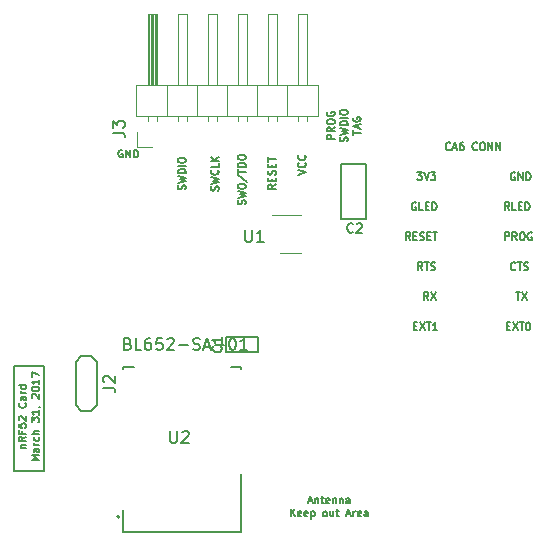
<source format=gbr>
G04 #@! TF.FileFunction,Legend,Top*
%FSLAX46Y46*%
G04 Gerber Fmt 4.6, Leading zero omitted, Abs format (unit mm)*
G04 Created by KiCad (PCBNEW 4.0.5) date 04/03/17 14:37:35*
%MOMM*%
%LPD*%
G01*
G04 APERTURE LIST*
%ADD10C,0.100000*%
%ADD11C,0.152400*%
%ADD12C,0.200000*%
%ADD13C,0.127000*%
%ADD14C,0.149860*%
%ADD15C,0.120000*%
%ADD16C,0.150000*%
G04 APERTURE END LIST*
D10*
D11*
X191104762Y-103096786D02*
X191074524Y-103127024D01*
X190983809Y-103157262D01*
X190923333Y-103157262D01*
X190832619Y-103127024D01*
X190772143Y-103066548D01*
X190741904Y-103006071D01*
X190711666Y-102885119D01*
X190711666Y-102794405D01*
X190741904Y-102673452D01*
X190772143Y-102612976D01*
X190832619Y-102552500D01*
X190923333Y-102522262D01*
X190983809Y-102522262D01*
X191074524Y-102552500D01*
X191104762Y-102582738D01*
X191346666Y-102975833D02*
X191649047Y-102975833D01*
X191286190Y-103157262D02*
X191497857Y-102522262D01*
X191709524Y-103157262D01*
X192193333Y-102522262D02*
X192072381Y-102522262D01*
X192011905Y-102552500D01*
X191981667Y-102582738D01*
X191921190Y-102673452D01*
X191890952Y-102794405D01*
X191890952Y-103036310D01*
X191921190Y-103096786D01*
X191951429Y-103127024D01*
X192011905Y-103157262D01*
X192132857Y-103157262D01*
X192193333Y-103127024D01*
X192223571Y-103096786D01*
X192253810Y-103036310D01*
X192253810Y-102885119D01*
X192223571Y-102824643D01*
X192193333Y-102794405D01*
X192132857Y-102764167D01*
X192011905Y-102764167D01*
X191951429Y-102794405D01*
X191921190Y-102824643D01*
X191890952Y-102885119D01*
X193372620Y-103096786D02*
X193342382Y-103127024D01*
X193251667Y-103157262D01*
X193191191Y-103157262D01*
X193100477Y-103127024D01*
X193040001Y-103066548D01*
X193009762Y-103006071D01*
X192979524Y-102885119D01*
X192979524Y-102794405D01*
X193009762Y-102673452D01*
X193040001Y-102612976D01*
X193100477Y-102552500D01*
X193191191Y-102522262D01*
X193251667Y-102522262D01*
X193342382Y-102552500D01*
X193372620Y-102582738D01*
X193765715Y-102522262D02*
X193886667Y-102522262D01*
X193947143Y-102552500D01*
X194007620Y-102612976D01*
X194037858Y-102733929D01*
X194037858Y-102945595D01*
X194007620Y-103066548D01*
X193947143Y-103127024D01*
X193886667Y-103157262D01*
X193765715Y-103157262D01*
X193705239Y-103127024D01*
X193644762Y-103066548D01*
X193614524Y-102945595D01*
X193614524Y-102733929D01*
X193644762Y-102612976D01*
X193705239Y-102552500D01*
X193765715Y-102522262D01*
X194310000Y-103157262D02*
X194310000Y-102522262D01*
X194672858Y-103157262D01*
X194672858Y-102522262D01*
X194975238Y-103157262D02*
X194975238Y-102522262D01*
X195338096Y-103157262D01*
X195338096Y-102522262D01*
X181300362Y-102225929D02*
X180665362Y-102225929D01*
X180665362Y-101984024D01*
X180695600Y-101923548D01*
X180725838Y-101893309D01*
X180786314Y-101863071D01*
X180877029Y-101863071D01*
X180937505Y-101893309D01*
X180967743Y-101923548D01*
X180997981Y-101984024D01*
X180997981Y-102225929D01*
X181300362Y-101228071D02*
X180997981Y-101439738D01*
X181300362Y-101590929D02*
X180665362Y-101590929D01*
X180665362Y-101349024D01*
X180695600Y-101288548D01*
X180725838Y-101258309D01*
X180786314Y-101228071D01*
X180877029Y-101228071D01*
X180937505Y-101258309D01*
X180967743Y-101288548D01*
X180997981Y-101349024D01*
X180997981Y-101590929D01*
X180665362Y-100834976D02*
X180665362Y-100714024D01*
X180695600Y-100653548D01*
X180756076Y-100593071D01*
X180877029Y-100562833D01*
X181088695Y-100562833D01*
X181209648Y-100593071D01*
X181270124Y-100653548D01*
X181300362Y-100714024D01*
X181300362Y-100834976D01*
X181270124Y-100895452D01*
X181209648Y-100955929D01*
X181088695Y-100986167D01*
X180877029Y-100986167D01*
X180756076Y-100955929D01*
X180695600Y-100895452D01*
X180665362Y-100834976D01*
X180695600Y-99958071D02*
X180665362Y-100018548D01*
X180665362Y-100109262D01*
X180695600Y-100199976D01*
X180756076Y-100260452D01*
X180816552Y-100290691D01*
X180937505Y-100320929D01*
X181028219Y-100320929D01*
X181149171Y-100290691D01*
X181209648Y-100260452D01*
X181270124Y-100199976D01*
X181300362Y-100109262D01*
X181300362Y-100048786D01*
X181270124Y-99958071D01*
X181239886Y-99927833D01*
X181028219Y-99927833D01*
X181028219Y-100048786D01*
X182375024Y-102437595D02*
X182405262Y-102346880D01*
X182405262Y-102195690D01*
X182375024Y-102135214D01*
X182344786Y-102104976D01*
X182284310Y-102074737D01*
X182223833Y-102074737D01*
X182163357Y-102104976D01*
X182133119Y-102135214D01*
X182102881Y-102195690D01*
X182072643Y-102316642D01*
X182042405Y-102377118D01*
X182012167Y-102407357D01*
X181951690Y-102437595D01*
X181891214Y-102437595D01*
X181830738Y-102407357D01*
X181800500Y-102377118D01*
X181770262Y-102316642D01*
X181770262Y-102165452D01*
X181800500Y-102074737D01*
X181770262Y-101863071D02*
X182405262Y-101711880D01*
X181951690Y-101590928D01*
X182405262Y-101469975D01*
X181770262Y-101318785D01*
X182405262Y-101076881D02*
X181770262Y-101076881D01*
X181770262Y-100925690D01*
X181800500Y-100834976D01*
X181860976Y-100774500D01*
X181921452Y-100744261D01*
X182042405Y-100714023D01*
X182133119Y-100714023D01*
X182254071Y-100744261D01*
X182314548Y-100774500D01*
X182375024Y-100834976D01*
X182405262Y-100925690D01*
X182405262Y-101076881D01*
X182405262Y-100441881D02*
X181770262Y-100441881D01*
X181770262Y-100018547D02*
X181770262Y-99897595D01*
X181800500Y-99837119D01*
X181860976Y-99776642D01*
X181981929Y-99746404D01*
X182193595Y-99746404D01*
X182314548Y-99776642D01*
X182375024Y-99837119D01*
X182405262Y-99897595D01*
X182405262Y-100018547D01*
X182375024Y-100079023D01*
X182314548Y-100139500D01*
X182193595Y-100169738D01*
X181981929Y-100169738D01*
X181860976Y-100139500D01*
X181800500Y-100079023D01*
X181770262Y-100018547D01*
X182875162Y-101863072D02*
X182875162Y-101500215D01*
X183510162Y-101681643D02*
X182875162Y-101681643D01*
X183328733Y-101318786D02*
X183328733Y-101016405D01*
X183510162Y-101379262D02*
X182875162Y-101167595D01*
X183510162Y-100955928D01*
X182905400Y-100411642D02*
X182875162Y-100472119D01*
X182875162Y-100562833D01*
X182905400Y-100653547D01*
X182965876Y-100714023D01*
X183026352Y-100744262D01*
X183147305Y-100774500D01*
X183238019Y-100774500D01*
X183358971Y-100744262D01*
X183419448Y-100714023D01*
X183479924Y-100653547D01*
X183510162Y-100562833D01*
X183510162Y-100502357D01*
X183479924Y-100411642D01*
X183449686Y-100381404D01*
X183238019Y-100381404D01*
X183238019Y-100502357D01*
X195867261Y-118064643D02*
X196078928Y-118064643D01*
X196169642Y-118397262D02*
X195867261Y-118397262D01*
X195867261Y-117762262D01*
X196169642Y-117762262D01*
X196381309Y-117762262D02*
X196804643Y-118397262D01*
X196804643Y-117762262D02*
X196381309Y-118397262D01*
X196955833Y-117762262D02*
X197318690Y-117762262D01*
X197137262Y-118397262D02*
X197137262Y-117762262D01*
X197651310Y-117762262D02*
X197711786Y-117762262D01*
X197772262Y-117792500D01*
X197802500Y-117822738D01*
X197832738Y-117883214D01*
X197862977Y-118004167D01*
X197862977Y-118155357D01*
X197832738Y-118276310D01*
X197802500Y-118336786D01*
X197772262Y-118367024D01*
X197711786Y-118397262D01*
X197651310Y-118397262D01*
X197590834Y-118367024D01*
X197560596Y-118336786D01*
X197530357Y-118276310D01*
X197500119Y-118155357D01*
X197500119Y-118004167D01*
X197530357Y-117883214D01*
X197560596Y-117822738D01*
X197590834Y-117792500D01*
X197651310Y-117762262D01*
X187993261Y-118064643D02*
X188204928Y-118064643D01*
X188295642Y-118397262D02*
X187993261Y-118397262D01*
X187993261Y-117762262D01*
X188295642Y-117762262D01*
X188507309Y-117762262D02*
X188930643Y-118397262D01*
X188930643Y-117762262D02*
X188507309Y-118397262D01*
X189081833Y-117762262D02*
X189444690Y-117762262D01*
X189263262Y-118397262D02*
X189263262Y-117762262D01*
X189988977Y-118397262D02*
X189626119Y-118397262D01*
X189807548Y-118397262D02*
X189807548Y-117762262D01*
X189747072Y-117852976D01*
X189686596Y-117913452D01*
X189626119Y-117943690D01*
X178214262Y-105240667D02*
X178849262Y-105029000D01*
X178214262Y-104817333D01*
X178788786Y-104242809D02*
X178819024Y-104273047D01*
X178849262Y-104363762D01*
X178849262Y-104424238D01*
X178819024Y-104514952D01*
X178758548Y-104575428D01*
X178698071Y-104605667D01*
X178577119Y-104635905D01*
X178486405Y-104635905D01*
X178365452Y-104605667D01*
X178304976Y-104575428D01*
X178244500Y-104514952D01*
X178214262Y-104424238D01*
X178214262Y-104363762D01*
X178244500Y-104273047D01*
X178274738Y-104242809D01*
X178788786Y-103607809D02*
X178819024Y-103638047D01*
X178849262Y-103728762D01*
X178849262Y-103789238D01*
X178819024Y-103879952D01*
X178758548Y-103940428D01*
X178698071Y-103970667D01*
X178577119Y-104000905D01*
X178486405Y-104000905D01*
X178365452Y-103970667D01*
X178304976Y-103940428D01*
X178244500Y-103879952D01*
X178214262Y-103789238D01*
X178214262Y-103728762D01*
X178244500Y-103638047D01*
X178274738Y-103607809D01*
X176309262Y-106078262D02*
X176006881Y-106289929D01*
X176309262Y-106441120D02*
X175674262Y-106441120D01*
X175674262Y-106199215D01*
X175704500Y-106138739D01*
X175734738Y-106108500D01*
X175795214Y-106078262D01*
X175885929Y-106078262D01*
X175946405Y-106108500D01*
X175976643Y-106138739D01*
X176006881Y-106199215D01*
X176006881Y-106441120D01*
X175976643Y-105806120D02*
X175976643Y-105594453D01*
X176309262Y-105503739D02*
X176309262Y-105806120D01*
X175674262Y-105806120D01*
X175674262Y-105503739D01*
X176279024Y-105261834D02*
X176309262Y-105171119D01*
X176309262Y-105019929D01*
X176279024Y-104959453D01*
X176248786Y-104929215D01*
X176188310Y-104898976D01*
X176127833Y-104898976D01*
X176067357Y-104929215D01*
X176037119Y-104959453D01*
X176006881Y-105019929D01*
X175976643Y-105140881D01*
X175946405Y-105201357D01*
X175916167Y-105231596D01*
X175855690Y-105261834D01*
X175795214Y-105261834D01*
X175734738Y-105231596D01*
X175704500Y-105201357D01*
X175674262Y-105140881D01*
X175674262Y-104989691D01*
X175704500Y-104898976D01*
X175976643Y-104626834D02*
X175976643Y-104415167D01*
X176309262Y-104324453D02*
X176309262Y-104626834D01*
X175674262Y-104626834D01*
X175674262Y-104324453D01*
X175674262Y-104143024D02*
X175674262Y-103780167D01*
X176309262Y-103961595D02*
X175674262Y-103961595D01*
X168659024Y-106501595D02*
X168689262Y-106410880D01*
X168689262Y-106259690D01*
X168659024Y-106199214D01*
X168628786Y-106168976D01*
X168568310Y-106138737D01*
X168507833Y-106138737D01*
X168447357Y-106168976D01*
X168417119Y-106199214D01*
X168386881Y-106259690D01*
X168356643Y-106380642D01*
X168326405Y-106441118D01*
X168296167Y-106471357D01*
X168235690Y-106501595D01*
X168175214Y-106501595D01*
X168114738Y-106471357D01*
X168084500Y-106441118D01*
X168054262Y-106380642D01*
X168054262Y-106229452D01*
X168084500Y-106138737D01*
X168054262Y-105927071D02*
X168689262Y-105775880D01*
X168235690Y-105654928D01*
X168689262Y-105533975D01*
X168054262Y-105382785D01*
X168689262Y-105140881D02*
X168054262Y-105140881D01*
X168054262Y-104989690D01*
X168084500Y-104898976D01*
X168144976Y-104838500D01*
X168205452Y-104808261D01*
X168326405Y-104778023D01*
X168417119Y-104778023D01*
X168538071Y-104808261D01*
X168598548Y-104838500D01*
X168659024Y-104898976D01*
X168689262Y-104989690D01*
X168689262Y-105140881D01*
X168689262Y-104505881D02*
X168054262Y-104505881D01*
X168054262Y-104082547D02*
X168054262Y-103961595D01*
X168084500Y-103901119D01*
X168144976Y-103840642D01*
X168265929Y-103810404D01*
X168477595Y-103810404D01*
X168598548Y-103840642D01*
X168659024Y-103901119D01*
X168689262Y-103961595D01*
X168689262Y-104082547D01*
X168659024Y-104143023D01*
X168598548Y-104203500D01*
X168477595Y-104233738D01*
X168265929Y-104233738D01*
X168144976Y-104203500D01*
X168084500Y-104143023D01*
X168054262Y-104082547D01*
X179094190Y-132903383D02*
X179396571Y-132903383D01*
X179033714Y-133084812D02*
X179245381Y-132449812D01*
X179457048Y-133084812D01*
X179668714Y-132661479D02*
X179668714Y-133084812D01*
X179668714Y-132721955D02*
X179698953Y-132691717D01*
X179759429Y-132661479D01*
X179850143Y-132661479D01*
X179910619Y-132691717D01*
X179940857Y-132752193D01*
X179940857Y-133084812D01*
X180152524Y-132661479D02*
X180394429Y-132661479D01*
X180243238Y-132449812D02*
X180243238Y-132994098D01*
X180273477Y-133054574D01*
X180333953Y-133084812D01*
X180394429Y-133084812D01*
X180848000Y-133054574D02*
X180787524Y-133084812D01*
X180666572Y-133084812D01*
X180606095Y-133054574D01*
X180575857Y-132994098D01*
X180575857Y-132752193D01*
X180606095Y-132691717D01*
X180666572Y-132661479D01*
X180787524Y-132661479D01*
X180848000Y-132691717D01*
X180878238Y-132752193D01*
X180878238Y-132812669D01*
X180575857Y-132873145D01*
X181150381Y-132661479D02*
X181150381Y-133084812D01*
X181150381Y-132721955D02*
X181180620Y-132691717D01*
X181241096Y-132661479D01*
X181331810Y-132661479D01*
X181392286Y-132691717D01*
X181422524Y-132752193D01*
X181422524Y-133084812D01*
X181724905Y-132661479D02*
X181724905Y-133084812D01*
X181724905Y-132721955D02*
X181755144Y-132691717D01*
X181815620Y-132661479D01*
X181906334Y-132661479D01*
X181966810Y-132691717D01*
X181997048Y-132752193D01*
X181997048Y-133084812D01*
X182571572Y-133084812D02*
X182571572Y-132752193D01*
X182541334Y-132691717D01*
X182480858Y-132661479D01*
X182359906Y-132661479D01*
X182299429Y-132691717D01*
X182571572Y-133054574D02*
X182511096Y-133084812D01*
X182359906Y-133084812D01*
X182299429Y-133054574D01*
X182269191Y-132994098D01*
X182269191Y-132933621D01*
X182299429Y-132873145D01*
X182359906Y-132842907D01*
X182511096Y-132842907D01*
X182571572Y-132812669D01*
X177582284Y-134189712D02*
X177582284Y-133554712D01*
X177945142Y-134189712D02*
X177672999Y-133826855D01*
X177945142Y-133554712D02*
X177582284Y-133917569D01*
X178459189Y-134159474D02*
X178398713Y-134189712D01*
X178277761Y-134189712D01*
X178217284Y-134159474D01*
X178187046Y-134098998D01*
X178187046Y-133857093D01*
X178217284Y-133796617D01*
X178277761Y-133766379D01*
X178398713Y-133766379D01*
X178459189Y-133796617D01*
X178489427Y-133857093D01*
X178489427Y-133917569D01*
X178187046Y-133978045D01*
X179003475Y-134159474D02*
X178942999Y-134189712D01*
X178822047Y-134189712D01*
X178761570Y-134159474D01*
X178731332Y-134098998D01*
X178731332Y-133857093D01*
X178761570Y-133796617D01*
X178822047Y-133766379D01*
X178942999Y-133766379D01*
X179003475Y-133796617D01*
X179033713Y-133857093D01*
X179033713Y-133917569D01*
X178731332Y-133978045D01*
X179305856Y-133766379D02*
X179305856Y-134401379D01*
X179305856Y-133796617D02*
X179366333Y-133766379D01*
X179487285Y-133766379D01*
X179547761Y-133796617D01*
X179577999Y-133826855D01*
X179608237Y-133887331D01*
X179608237Y-134068760D01*
X179577999Y-134129236D01*
X179547761Y-134159474D01*
X179487285Y-134189712D01*
X179366333Y-134189712D01*
X179305856Y-134159474D01*
X180454905Y-134189712D02*
X180394429Y-134159474D01*
X180364190Y-134129236D01*
X180333952Y-134068760D01*
X180333952Y-133887331D01*
X180364190Y-133826855D01*
X180394429Y-133796617D01*
X180454905Y-133766379D01*
X180545619Y-133766379D01*
X180606095Y-133796617D01*
X180636333Y-133826855D01*
X180666571Y-133887331D01*
X180666571Y-134068760D01*
X180636333Y-134129236D01*
X180606095Y-134159474D01*
X180545619Y-134189712D01*
X180454905Y-134189712D01*
X181210857Y-133766379D02*
X181210857Y-134189712D01*
X180938714Y-133766379D02*
X180938714Y-134098998D01*
X180968953Y-134159474D01*
X181029429Y-134189712D01*
X181120143Y-134189712D01*
X181180619Y-134159474D01*
X181210857Y-134129236D01*
X181422524Y-133766379D02*
X181664429Y-133766379D01*
X181513238Y-133554712D02*
X181513238Y-134098998D01*
X181543477Y-134159474D01*
X181603953Y-134189712D01*
X181664429Y-134189712D01*
X182329667Y-134008283D02*
X182632048Y-134008283D01*
X182269191Y-134189712D02*
X182480858Y-133554712D01*
X182692525Y-134189712D01*
X182904191Y-134189712D02*
X182904191Y-133766379D01*
X182904191Y-133887331D02*
X182934430Y-133826855D01*
X182964668Y-133796617D01*
X183025144Y-133766379D01*
X183085620Y-133766379D01*
X183539191Y-134159474D02*
X183478715Y-134189712D01*
X183357763Y-134189712D01*
X183297286Y-134159474D01*
X183267048Y-134098998D01*
X183267048Y-133857093D01*
X183297286Y-133796617D01*
X183357763Y-133766379D01*
X183478715Y-133766379D01*
X183539191Y-133796617D01*
X183569429Y-133857093D01*
X183569429Y-133917569D01*
X183267048Y-133978045D01*
X184113715Y-134189712D02*
X184113715Y-133857093D01*
X184083477Y-133796617D01*
X184023001Y-133766379D01*
X183902049Y-133766379D01*
X183841572Y-133796617D01*
X184113715Y-134159474D02*
X184053239Y-134189712D01*
X183902049Y-134189712D01*
X183841572Y-134159474D01*
X183811334Y-134098998D01*
X183811334Y-134038521D01*
X183841572Y-133978045D01*
X183902049Y-133947807D01*
X184053239Y-133947807D01*
X184113715Y-133917569D01*
D12*
X154178000Y-121412000D02*
X154178000Y-130302000D01*
X156718000Y-121412000D02*
X154178000Y-121412000D01*
X156718000Y-130302000D02*
X156718000Y-121412000D01*
X154178000Y-130302000D02*
X156718000Y-130302000D01*
D11*
X154759479Y-128390953D02*
X155182812Y-128390953D01*
X154819955Y-128390953D02*
X154789717Y-128360714D01*
X154759479Y-128300238D01*
X154759479Y-128209524D01*
X154789717Y-128149048D01*
X154850193Y-128118810D01*
X155182812Y-128118810D01*
X155182812Y-127453571D02*
X154880431Y-127665238D01*
X155182812Y-127816429D02*
X154547812Y-127816429D01*
X154547812Y-127574524D01*
X154578050Y-127514048D01*
X154608288Y-127483809D01*
X154668764Y-127453571D01*
X154759479Y-127453571D01*
X154819955Y-127483809D01*
X154850193Y-127514048D01*
X154880431Y-127574524D01*
X154880431Y-127816429D01*
X154850193Y-126969762D02*
X154850193Y-127181429D01*
X155182812Y-127181429D02*
X154547812Y-127181429D01*
X154547812Y-126879048D01*
X154547812Y-126334762D02*
X154547812Y-126637143D01*
X154850193Y-126667381D01*
X154819955Y-126637143D01*
X154789717Y-126576666D01*
X154789717Y-126425476D01*
X154819955Y-126365000D01*
X154850193Y-126334762D01*
X154910669Y-126304523D01*
X155061860Y-126304523D01*
X155122336Y-126334762D01*
X155152574Y-126365000D01*
X155182812Y-126425476D01*
X155182812Y-126576666D01*
X155152574Y-126637143D01*
X155122336Y-126667381D01*
X154608288Y-126062619D02*
X154578050Y-126032381D01*
X154547812Y-125971904D01*
X154547812Y-125820714D01*
X154578050Y-125760238D01*
X154608288Y-125730000D01*
X154668764Y-125699761D01*
X154729240Y-125699761D01*
X154819955Y-125730000D01*
X155182812Y-126092857D01*
X155182812Y-125699761D01*
X155122336Y-124580951D02*
X155152574Y-124611189D01*
X155182812Y-124701904D01*
X155182812Y-124762380D01*
X155152574Y-124853094D01*
X155092098Y-124913570D01*
X155031621Y-124943809D01*
X154910669Y-124974047D01*
X154819955Y-124974047D01*
X154699002Y-124943809D01*
X154638526Y-124913570D01*
X154578050Y-124853094D01*
X154547812Y-124762380D01*
X154547812Y-124701904D01*
X154578050Y-124611189D01*
X154608288Y-124580951D01*
X155182812Y-124036666D02*
X154850193Y-124036666D01*
X154789717Y-124066904D01*
X154759479Y-124127380D01*
X154759479Y-124248332D01*
X154789717Y-124308809D01*
X155152574Y-124036666D02*
X155182812Y-124097142D01*
X155182812Y-124248332D01*
X155152574Y-124308809D01*
X155092098Y-124339047D01*
X155031621Y-124339047D01*
X154971145Y-124308809D01*
X154940907Y-124248332D01*
X154940907Y-124097142D01*
X154910669Y-124036666D01*
X155182812Y-123734285D02*
X154759479Y-123734285D01*
X154880431Y-123734285D02*
X154819955Y-123704046D01*
X154789717Y-123673808D01*
X154759479Y-123613332D01*
X154759479Y-123552856D01*
X155182812Y-123069047D02*
X154547812Y-123069047D01*
X155152574Y-123069047D02*
X155182812Y-123129523D01*
X155182812Y-123250475D01*
X155152574Y-123310951D01*
X155122336Y-123341190D01*
X155061860Y-123371428D01*
X154880431Y-123371428D01*
X154819955Y-123341190D01*
X154789717Y-123310951D01*
X154759479Y-123250475D01*
X154759479Y-123129523D01*
X154789717Y-123069047D01*
X156287712Y-129434168D02*
X155652712Y-129434168D01*
X156106283Y-129222501D01*
X155652712Y-129010834D01*
X156287712Y-129010834D01*
X156287712Y-128436311D02*
X155955093Y-128436311D01*
X155894617Y-128466549D01*
X155864379Y-128527025D01*
X155864379Y-128647977D01*
X155894617Y-128708454D01*
X156257474Y-128436311D02*
X156287712Y-128496787D01*
X156287712Y-128647977D01*
X156257474Y-128708454D01*
X156196998Y-128738692D01*
X156136521Y-128738692D01*
X156076045Y-128708454D01*
X156045807Y-128647977D01*
X156045807Y-128496787D01*
X156015569Y-128436311D01*
X156287712Y-128133930D02*
X155864379Y-128133930D01*
X155985331Y-128133930D02*
X155924855Y-128103691D01*
X155894617Y-128073453D01*
X155864379Y-128012977D01*
X155864379Y-127952501D01*
X156257474Y-127468692D02*
X156287712Y-127529168D01*
X156287712Y-127650120D01*
X156257474Y-127710596D01*
X156227236Y-127740835D01*
X156166760Y-127771073D01*
X155985331Y-127771073D01*
X155924855Y-127740835D01*
X155894617Y-127710596D01*
X155864379Y-127650120D01*
X155864379Y-127529168D01*
X155894617Y-127468692D01*
X156287712Y-127196549D02*
X155652712Y-127196549D01*
X156287712Y-126924406D02*
X155955093Y-126924406D01*
X155894617Y-126954644D01*
X155864379Y-127015120D01*
X155864379Y-127105834D01*
X155894617Y-127166310D01*
X155924855Y-127196549D01*
X155652712Y-126198691D02*
X155652712Y-125805595D01*
X155894617Y-126017262D01*
X155894617Y-125926548D01*
X155924855Y-125866072D01*
X155955093Y-125835834D01*
X156015569Y-125805595D01*
X156166760Y-125805595D01*
X156227236Y-125835834D01*
X156257474Y-125866072D01*
X156287712Y-125926548D01*
X156287712Y-126107976D01*
X156257474Y-126168453D01*
X156227236Y-126198691D01*
X156287712Y-125200833D02*
X156287712Y-125563691D01*
X156287712Y-125382262D02*
X155652712Y-125382262D01*
X155743426Y-125442738D01*
X155803902Y-125503214D01*
X155834140Y-125563691D01*
X156257474Y-124898452D02*
X156287712Y-124898452D01*
X156348188Y-124928691D01*
X156378426Y-124958929D01*
X155713188Y-124172738D02*
X155682950Y-124142500D01*
X155652712Y-124082023D01*
X155652712Y-123930833D01*
X155682950Y-123870357D01*
X155713188Y-123840119D01*
X155773664Y-123809880D01*
X155834140Y-123809880D01*
X155924855Y-123840119D01*
X156287712Y-124202976D01*
X156287712Y-123809880D01*
X155652712Y-123416785D02*
X155652712Y-123356309D01*
X155682950Y-123295833D01*
X155713188Y-123265595D01*
X155773664Y-123235357D01*
X155894617Y-123205118D01*
X156045807Y-123205118D01*
X156166760Y-123235357D01*
X156227236Y-123265595D01*
X156257474Y-123295833D01*
X156287712Y-123356309D01*
X156287712Y-123416785D01*
X156257474Y-123477261D01*
X156227236Y-123507499D01*
X156166760Y-123537738D01*
X156045807Y-123567976D01*
X155894617Y-123567976D01*
X155773664Y-123537738D01*
X155713188Y-123507499D01*
X155682950Y-123477261D01*
X155652712Y-123416785D01*
X156287712Y-122600356D02*
X156287712Y-122963214D01*
X156287712Y-122781785D02*
X155652712Y-122781785D01*
X155743426Y-122842261D01*
X155803902Y-122902737D01*
X155834140Y-122963214D01*
X155652712Y-122388690D02*
X155652712Y-121965356D01*
X156287712Y-122237499D01*
X189236048Y-115857262D02*
X189024381Y-115554881D01*
X188873190Y-115857262D02*
X188873190Y-115222262D01*
X189115095Y-115222262D01*
X189175571Y-115252500D01*
X189205810Y-115282738D01*
X189236048Y-115343214D01*
X189236048Y-115433929D01*
X189205810Y-115494405D01*
X189175571Y-115524643D01*
X189115095Y-115554881D01*
X188873190Y-115554881D01*
X189447714Y-115222262D02*
X189871048Y-115857262D01*
X189871048Y-115222262D02*
X189447714Y-115857262D01*
X196656476Y-115222262D02*
X197019333Y-115222262D01*
X196837905Y-115857262D02*
X196837905Y-115222262D01*
X197170524Y-115222262D02*
X197593858Y-115857262D01*
X197593858Y-115222262D02*
X197170524Y-115857262D01*
X188728048Y-113317262D02*
X188516381Y-113014881D01*
X188365190Y-113317262D02*
X188365190Y-112682262D01*
X188607095Y-112682262D01*
X188667571Y-112712500D01*
X188697810Y-112742738D01*
X188728048Y-112803214D01*
X188728048Y-112893929D01*
X188697810Y-112954405D01*
X188667571Y-112984643D01*
X188607095Y-113014881D01*
X188365190Y-113014881D01*
X188909476Y-112682262D02*
X189272333Y-112682262D01*
X189090905Y-113317262D02*
X189090905Y-112682262D01*
X189453762Y-113287024D02*
X189544477Y-113317262D01*
X189695667Y-113317262D01*
X189756143Y-113287024D01*
X189786381Y-113256786D01*
X189816620Y-113196310D01*
X189816620Y-113135833D01*
X189786381Y-113075357D01*
X189756143Y-113045119D01*
X189695667Y-113014881D01*
X189574715Y-112984643D01*
X189514239Y-112954405D01*
X189484000Y-112924167D01*
X189453762Y-112863690D01*
X189453762Y-112803214D01*
X189484000Y-112742738D01*
X189514239Y-112712500D01*
X189574715Y-112682262D01*
X189725905Y-112682262D01*
X189816620Y-112712500D01*
X196602048Y-113256786D02*
X196571810Y-113287024D01*
X196481095Y-113317262D01*
X196420619Y-113317262D01*
X196329905Y-113287024D01*
X196269429Y-113226548D01*
X196239190Y-113166071D01*
X196208952Y-113045119D01*
X196208952Y-112954405D01*
X196239190Y-112833452D01*
X196269429Y-112772976D01*
X196329905Y-112712500D01*
X196420619Y-112682262D01*
X196481095Y-112682262D01*
X196571810Y-112712500D01*
X196602048Y-112742738D01*
X196783476Y-112682262D02*
X197146333Y-112682262D01*
X196964905Y-113317262D02*
X196964905Y-112682262D01*
X197327762Y-113287024D02*
X197418477Y-113317262D01*
X197569667Y-113317262D01*
X197630143Y-113287024D01*
X197660381Y-113256786D01*
X197690620Y-113196310D01*
X197690620Y-113135833D01*
X197660381Y-113075357D01*
X197630143Y-113045119D01*
X197569667Y-113014881D01*
X197448715Y-112984643D01*
X197388239Y-112954405D01*
X197358000Y-112924167D01*
X197327762Y-112863690D01*
X197327762Y-112803214D01*
X197358000Y-112742738D01*
X197388239Y-112712500D01*
X197448715Y-112682262D01*
X197599905Y-112682262D01*
X197690620Y-112712500D01*
X187712048Y-110777262D02*
X187500381Y-110474881D01*
X187349190Y-110777262D02*
X187349190Y-110142262D01*
X187591095Y-110142262D01*
X187651571Y-110172500D01*
X187681810Y-110202738D01*
X187712048Y-110263214D01*
X187712048Y-110353929D01*
X187681810Y-110414405D01*
X187651571Y-110444643D01*
X187591095Y-110474881D01*
X187349190Y-110474881D01*
X187984190Y-110444643D02*
X188195857Y-110444643D01*
X188286571Y-110777262D02*
X187984190Y-110777262D01*
X187984190Y-110142262D01*
X188286571Y-110142262D01*
X188528476Y-110747024D02*
X188619191Y-110777262D01*
X188770381Y-110777262D01*
X188830857Y-110747024D01*
X188861095Y-110716786D01*
X188891334Y-110656310D01*
X188891334Y-110595833D01*
X188861095Y-110535357D01*
X188830857Y-110505119D01*
X188770381Y-110474881D01*
X188649429Y-110444643D01*
X188588953Y-110414405D01*
X188558714Y-110384167D01*
X188528476Y-110323690D01*
X188528476Y-110263214D01*
X188558714Y-110202738D01*
X188588953Y-110172500D01*
X188649429Y-110142262D01*
X188800619Y-110142262D01*
X188891334Y-110172500D01*
X189163476Y-110444643D02*
X189375143Y-110444643D01*
X189465857Y-110777262D02*
X189163476Y-110777262D01*
X189163476Y-110142262D01*
X189465857Y-110142262D01*
X189647286Y-110142262D02*
X190010143Y-110142262D01*
X189828715Y-110777262D02*
X189828715Y-110142262D01*
X195731190Y-110777262D02*
X195731190Y-110142262D01*
X195973095Y-110142262D01*
X196033571Y-110172500D01*
X196063810Y-110202738D01*
X196094048Y-110263214D01*
X196094048Y-110353929D01*
X196063810Y-110414405D01*
X196033571Y-110444643D01*
X195973095Y-110474881D01*
X195731190Y-110474881D01*
X196729048Y-110777262D02*
X196517381Y-110474881D01*
X196366190Y-110777262D02*
X196366190Y-110142262D01*
X196608095Y-110142262D01*
X196668571Y-110172500D01*
X196698810Y-110202738D01*
X196729048Y-110263214D01*
X196729048Y-110353929D01*
X196698810Y-110414405D01*
X196668571Y-110444643D01*
X196608095Y-110474881D01*
X196366190Y-110474881D01*
X197122143Y-110142262D02*
X197243095Y-110142262D01*
X197303571Y-110172500D01*
X197364048Y-110232976D01*
X197394286Y-110353929D01*
X197394286Y-110565595D01*
X197364048Y-110686548D01*
X197303571Y-110747024D01*
X197243095Y-110777262D01*
X197122143Y-110777262D01*
X197061667Y-110747024D01*
X197001190Y-110686548D01*
X196970952Y-110565595D01*
X196970952Y-110353929D01*
X197001190Y-110232976D01*
X197061667Y-110172500D01*
X197122143Y-110142262D01*
X197999048Y-110172500D02*
X197938571Y-110142262D01*
X197847857Y-110142262D01*
X197757143Y-110172500D01*
X197696667Y-110232976D01*
X197666428Y-110293452D01*
X197636190Y-110414405D01*
X197636190Y-110505119D01*
X197666428Y-110626071D01*
X197696667Y-110686548D01*
X197757143Y-110747024D01*
X197847857Y-110777262D01*
X197908333Y-110777262D01*
X197999048Y-110747024D01*
X198029286Y-110716786D01*
X198029286Y-110505119D01*
X197908333Y-110505119D01*
X188189810Y-107632500D02*
X188129333Y-107602262D01*
X188038619Y-107602262D01*
X187947905Y-107632500D01*
X187887429Y-107692976D01*
X187857190Y-107753452D01*
X187826952Y-107874405D01*
X187826952Y-107965119D01*
X187857190Y-108086071D01*
X187887429Y-108146548D01*
X187947905Y-108207024D01*
X188038619Y-108237262D01*
X188099095Y-108237262D01*
X188189810Y-108207024D01*
X188220048Y-108176786D01*
X188220048Y-107965119D01*
X188099095Y-107965119D01*
X188794571Y-108237262D02*
X188492190Y-108237262D01*
X188492190Y-107602262D01*
X189006238Y-107904643D02*
X189217905Y-107904643D01*
X189308619Y-108237262D02*
X189006238Y-108237262D01*
X189006238Y-107602262D01*
X189308619Y-107602262D01*
X189580762Y-108237262D02*
X189580762Y-107602262D01*
X189731953Y-107602262D01*
X189822667Y-107632500D01*
X189883143Y-107692976D01*
X189913382Y-107753452D01*
X189943620Y-107874405D01*
X189943620Y-107965119D01*
X189913382Y-108086071D01*
X189883143Y-108146548D01*
X189822667Y-108207024D01*
X189731953Y-108237262D01*
X189580762Y-108237262D01*
X196094048Y-108237262D02*
X195882381Y-107934881D01*
X195731190Y-108237262D02*
X195731190Y-107602262D01*
X195973095Y-107602262D01*
X196033571Y-107632500D01*
X196063810Y-107662738D01*
X196094048Y-107723214D01*
X196094048Y-107813929D01*
X196063810Y-107874405D01*
X196033571Y-107904643D01*
X195973095Y-107934881D01*
X195731190Y-107934881D01*
X196668571Y-108237262D02*
X196366190Y-108237262D01*
X196366190Y-107602262D01*
X196880238Y-107904643D02*
X197091905Y-107904643D01*
X197182619Y-108237262D02*
X196880238Y-108237262D01*
X196880238Y-107602262D01*
X197182619Y-107602262D01*
X197454762Y-108237262D02*
X197454762Y-107602262D01*
X197605953Y-107602262D01*
X197696667Y-107632500D01*
X197757143Y-107692976D01*
X197787382Y-107753452D01*
X197817620Y-107874405D01*
X197817620Y-107965119D01*
X197787382Y-108086071D01*
X197757143Y-108146548D01*
X197696667Y-108207024D01*
X197605953Y-108237262D01*
X197454762Y-108237262D01*
X188304714Y-105062262D02*
X188697810Y-105062262D01*
X188486143Y-105304167D01*
X188576857Y-105304167D01*
X188637333Y-105334405D01*
X188667571Y-105364643D01*
X188697810Y-105425119D01*
X188697810Y-105576310D01*
X188667571Y-105636786D01*
X188637333Y-105667024D01*
X188576857Y-105697262D01*
X188395429Y-105697262D01*
X188334952Y-105667024D01*
X188304714Y-105636786D01*
X188879238Y-105062262D02*
X189090905Y-105697262D01*
X189302572Y-105062262D01*
X189453762Y-105062262D02*
X189846858Y-105062262D01*
X189635191Y-105304167D01*
X189725905Y-105304167D01*
X189786381Y-105334405D01*
X189816619Y-105364643D01*
X189846858Y-105425119D01*
X189846858Y-105576310D01*
X189816619Y-105636786D01*
X189786381Y-105667024D01*
X189725905Y-105697262D01*
X189544477Y-105697262D01*
X189484000Y-105667024D01*
X189453762Y-105636786D01*
X196571810Y-105092500D02*
X196511333Y-105062262D01*
X196420619Y-105062262D01*
X196329905Y-105092500D01*
X196269429Y-105152976D01*
X196239190Y-105213452D01*
X196208952Y-105334405D01*
X196208952Y-105425119D01*
X196239190Y-105546071D01*
X196269429Y-105606548D01*
X196329905Y-105667024D01*
X196420619Y-105697262D01*
X196481095Y-105697262D01*
X196571810Y-105667024D01*
X196602048Y-105636786D01*
X196602048Y-105425119D01*
X196481095Y-105425119D01*
X196874190Y-105697262D02*
X196874190Y-105062262D01*
X197237048Y-105697262D01*
X197237048Y-105062262D01*
X197539428Y-105697262D02*
X197539428Y-105062262D01*
X197690619Y-105062262D01*
X197781333Y-105092500D01*
X197841809Y-105152976D01*
X197872048Y-105213452D01*
X197902286Y-105334405D01*
X197902286Y-105425119D01*
X197872048Y-105546071D01*
X197841809Y-105606548D01*
X197781333Y-105667024D01*
X197690619Y-105697262D01*
X197539428Y-105697262D01*
X171453024Y-106592310D02*
X171483262Y-106501595D01*
X171483262Y-106350405D01*
X171453024Y-106289929D01*
X171422786Y-106259691D01*
X171362310Y-106229452D01*
X171301833Y-106229452D01*
X171241357Y-106259691D01*
X171211119Y-106289929D01*
X171180881Y-106350405D01*
X171150643Y-106471357D01*
X171120405Y-106531833D01*
X171090167Y-106562072D01*
X171029690Y-106592310D01*
X170969214Y-106592310D01*
X170908738Y-106562072D01*
X170878500Y-106531833D01*
X170848262Y-106471357D01*
X170848262Y-106320167D01*
X170878500Y-106229452D01*
X170848262Y-106017786D02*
X171483262Y-105866595D01*
X171029690Y-105745643D01*
X171483262Y-105624690D01*
X170848262Y-105473500D01*
X171422786Y-104868738D02*
X171453024Y-104898976D01*
X171483262Y-104989691D01*
X171483262Y-105050167D01*
X171453024Y-105140881D01*
X171392548Y-105201357D01*
X171332071Y-105231596D01*
X171211119Y-105261834D01*
X171120405Y-105261834D01*
X170999452Y-105231596D01*
X170938976Y-105201357D01*
X170878500Y-105140881D01*
X170848262Y-105050167D01*
X170848262Y-104989691D01*
X170878500Y-104898976D01*
X170908738Y-104868738D01*
X171483262Y-104294215D02*
X171483262Y-104596596D01*
X170848262Y-104596596D01*
X171483262Y-104082548D02*
X170848262Y-104082548D01*
X171483262Y-103719690D02*
X171120405Y-103991833D01*
X170848262Y-103719690D02*
X171211119Y-104082548D01*
X173739024Y-107765548D02*
X173769262Y-107674833D01*
X173769262Y-107523643D01*
X173739024Y-107463167D01*
X173708786Y-107432929D01*
X173648310Y-107402690D01*
X173587833Y-107402690D01*
X173527357Y-107432929D01*
X173497119Y-107463167D01*
X173466881Y-107523643D01*
X173436643Y-107644595D01*
X173406405Y-107705071D01*
X173376167Y-107735310D01*
X173315690Y-107765548D01*
X173255214Y-107765548D01*
X173194738Y-107735310D01*
X173164500Y-107705071D01*
X173134262Y-107644595D01*
X173134262Y-107493405D01*
X173164500Y-107402690D01*
X173134262Y-107191024D02*
X173769262Y-107039833D01*
X173315690Y-106918881D01*
X173769262Y-106797928D01*
X173134262Y-106646738D01*
X173134262Y-106283881D02*
X173134262Y-106162929D01*
X173164500Y-106102453D01*
X173224976Y-106041976D01*
X173345929Y-106011738D01*
X173557595Y-106011738D01*
X173678548Y-106041976D01*
X173739024Y-106102453D01*
X173769262Y-106162929D01*
X173769262Y-106283881D01*
X173739024Y-106344357D01*
X173678548Y-106404834D01*
X173557595Y-106435072D01*
X173345929Y-106435072D01*
X173224976Y-106404834D01*
X173164500Y-106344357D01*
X173134262Y-106283881D01*
X173104024Y-105286024D02*
X173920452Y-105830310D01*
X173134262Y-105165072D02*
X173134262Y-104802215D01*
X173769262Y-104983643D02*
X173134262Y-104983643D01*
X173769262Y-104590548D02*
X173134262Y-104590548D01*
X173134262Y-104439357D01*
X173164500Y-104348643D01*
X173224976Y-104288167D01*
X173285452Y-104257928D01*
X173406405Y-104227690D01*
X173497119Y-104227690D01*
X173618071Y-104257928D01*
X173678548Y-104288167D01*
X173739024Y-104348643D01*
X173769262Y-104439357D01*
X173769262Y-104590548D01*
X173134262Y-103834595D02*
X173134262Y-103713643D01*
X173164500Y-103653167D01*
X173224976Y-103592690D01*
X173345929Y-103562452D01*
X173557595Y-103562452D01*
X173678548Y-103592690D01*
X173739024Y-103653167D01*
X173769262Y-103713643D01*
X173769262Y-103834595D01*
X173739024Y-103895071D01*
X173678548Y-103955548D01*
X173557595Y-103985786D01*
X173345929Y-103985786D01*
X173224976Y-103955548D01*
X173164500Y-103895071D01*
X173134262Y-103834595D01*
X163346191Y-103187500D02*
X163285714Y-103157262D01*
X163195000Y-103157262D01*
X163104286Y-103187500D01*
X163043810Y-103247976D01*
X163013571Y-103308452D01*
X162983333Y-103429405D01*
X162983333Y-103520119D01*
X163013571Y-103641071D01*
X163043810Y-103701548D01*
X163104286Y-103762024D01*
X163195000Y-103792262D01*
X163255476Y-103792262D01*
X163346191Y-103762024D01*
X163376429Y-103731786D01*
X163376429Y-103520119D01*
X163255476Y-103520119D01*
X163648571Y-103792262D02*
X163648571Y-103157262D01*
X164011429Y-103792262D01*
X164011429Y-103157262D01*
X164313809Y-103792262D02*
X164313809Y-103157262D01*
X164465000Y-103157262D01*
X164555714Y-103187500D01*
X164616190Y-103247976D01*
X164646429Y-103308452D01*
X164676667Y-103429405D01*
X164676667Y-103520119D01*
X164646429Y-103641071D01*
X164616190Y-103701548D01*
X164555714Y-103762024D01*
X164465000Y-103792262D01*
X164313809Y-103792262D01*
D13*
X163402000Y-135524000D02*
X173402000Y-135524000D01*
D12*
X163093000Y-134210000D02*
G75*
G03X163093000Y-134210000I-100000J0D01*
G01*
D13*
X163402000Y-121724000D02*
X163402000Y-121524000D01*
X163402000Y-121524000D02*
X164302000Y-121524000D01*
X173402000Y-121724000D02*
X173402000Y-121524000D01*
X173402000Y-121524000D02*
X172502000Y-121524000D01*
X163402000Y-133624000D02*
X163402000Y-135524000D01*
X173402000Y-130624000D02*
X173402000Y-135524000D01*
D14*
X172110400Y-118973600D02*
X172110400Y-120294400D01*
X174853600Y-118973600D02*
X172110400Y-118973600D01*
X172110400Y-120294400D02*
X174853600Y-120294400D01*
X174853600Y-118973600D02*
X174853600Y-120294400D01*
X181813200Y-109042200D02*
X183946800Y-109042200D01*
X183946800Y-104317800D02*
X183946800Y-109042200D01*
X181813200Y-109016800D02*
X181813200Y-104317800D01*
X181813200Y-104317800D02*
X183946800Y-104317800D01*
D15*
X176646000Y-111846000D02*
X178446000Y-111846000D01*
X178446000Y-108626000D02*
X175996000Y-108626000D01*
X164532000Y-100260000D02*
X167132000Y-100260000D01*
X167132000Y-100260000D02*
X167132000Y-97640000D01*
X167132000Y-97640000D02*
X164532000Y-97640000D01*
X164532000Y-97640000D02*
X164532000Y-100260000D01*
X165482000Y-97640000D02*
X166242000Y-97640000D01*
X166242000Y-97640000D02*
X166242000Y-91640000D01*
X166242000Y-91640000D02*
X165482000Y-91640000D01*
X165482000Y-91640000D02*
X165482000Y-97640000D01*
X165482000Y-100690000D02*
X165482000Y-100260000D01*
X166242000Y-100690000D02*
X166242000Y-100260000D01*
X165602000Y-97640000D02*
X165602000Y-91640000D01*
X165722000Y-97640000D02*
X165722000Y-91640000D01*
X165842000Y-97640000D02*
X165842000Y-91640000D01*
X165962000Y-97640000D02*
X165962000Y-91640000D01*
X166082000Y-97640000D02*
X166082000Y-91640000D01*
X166202000Y-97640000D02*
X166202000Y-91640000D01*
X167132000Y-100260000D02*
X169672000Y-100260000D01*
X169672000Y-100260000D02*
X169672000Y-97640000D01*
X169672000Y-97640000D02*
X167132000Y-97640000D01*
X167132000Y-97640000D02*
X167132000Y-100260000D01*
X168022000Y-97640000D02*
X168782000Y-97640000D01*
X168782000Y-97640000D02*
X168782000Y-91640000D01*
X168782000Y-91640000D02*
X168022000Y-91640000D01*
X168022000Y-91640000D02*
X168022000Y-97640000D01*
X168022000Y-100690000D02*
X168022000Y-100260000D01*
X168782000Y-100690000D02*
X168782000Y-100260000D01*
X169672000Y-100260000D02*
X172212000Y-100260000D01*
X172212000Y-100260000D02*
X172212000Y-97640000D01*
X172212000Y-97640000D02*
X169672000Y-97640000D01*
X169672000Y-97640000D02*
X169672000Y-100260000D01*
X170562000Y-97640000D02*
X171322000Y-97640000D01*
X171322000Y-97640000D02*
X171322000Y-91640000D01*
X171322000Y-91640000D02*
X170562000Y-91640000D01*
X170562000Y-91640000D02*
X170562000Y-97640000D01*
X170562000Y-100690000D02*
X170562000Y-100260000D01*
X171322000Y-100690000D02*
X171322000Y-100260000D01*
X172212000Y-100260000D02*
X174752000Y-100260000D01*
X174752000Y-100260000D02*
X174752000Y-97640000D01*
X174752000Y-97640000D02*
X172212000Y-97640000D01*
X172212000Y-97640000D02*
X172212000Y-100260000D01*
X173102000Y-97640000D02*
X173862000Y-97640000D01*
X173862000Y-97640000D02*
X173862000Y-91640000D01*
X173862000Y-91640000D02*
X173102000Y-91640000D01*
X173102000Y-91640000D02*
X173102000Y-97640000D01*
X173102000Y-100690000D02*
X173102000Y-100260000D01*
X173862000Y-100690000D02*
X173862000Y-100260000D01*
X174752000Y-100260000D02*
X177292000Y-100260000D01*
X177292000Y-100260000D02*
X177292000Y-97640000D01*
X177292000Y-97640000D02*
X174752000Y-97640000D01*
X174752000Y-97640000D02*
X174752000Y-100260000D01*
X175642000Y-97640000D02*
X176402000Y-97640000D01*
X176402000Y-97640000D02*
X176402000Y-91640000D01*
X176402000Y-91640000D02*
X175642000Y-91640000D01*
X175642000Y-91640000D02*
X175642000Y-97640000D01*
X175642000Y-100690000D02*
X175642000Y-100260000D01*
X176402000Y-100690000D02*
X176402000Y-100260000D01*
X177292000Y-100260000D02*
X179892000Y-100260000D01*
X179892000Y-100260000D02*
X179892000Y-97640000D01*
X179892000Y-97640000D02*
X177292000Y-97640000D01*
X177292000Y-97640000D02*
X177292000Y-100260000D01*
X178182000Y-97640000D02*
X178942000Y-97640000D01*
X178942000Y-97640000D02*
X178942000Y-91640000D01*
X178942000Y-91640000D02*
X178182000Y-91640000D01*
X178182000Y-91640000D02*
X178182000Y-97640000D01*
X178182000Y-100690000D02*
X178182000Y-100260000D01*
X178942000Y-100690000D02*
X178942000Y-100260000D01*
X165862000Y-102870000D02*
X164592000Y-102870000D01*
X164592000Y-102870000D02*
X164592000Y-101600000D01*
D16*
X161174000Y-121136000D02*
X161174000Y-124736000D01*
X161174000Y-124736000D02*
X160674000Y-125236000D01*
X160674000Y-125236000D02*
X159874000Y-125236000D01*
X159874000Y-125236000D02*
X159374000Y-124736000D01*
X159374000Y-124736000D02*
X159374000Y-121136000D01*
X159374000Y-121136000D02*
X159874000Y-120636000D01*
X159874000Y-120636000D02*
X160674000Y-120636000D01*
X160674000Y-120636000D02*
X161174000Y-121136000D01*
X167386095Y-126960381D02*
X167386095Y-127769905D01*
X167433714Y-127865143D01*
X167481333Y-127912762D01*
X167576571Y-127960381D01*
X167767048Y-127960381D01*
X167862286Y-127912762D01*
X167909905Y-127865143D01*
X167957524Y-127769905D01*
X167957524Y-126960381D01*
X168386095Y-127055619D02*
X168433714Y-127008000D01*
X168528952Y-126960381D01*
X168767048Y-126960381D01*
X168862286Y-127008000D01*
X168909905Y-127055619D01*
X168957524Y-127150857D01*
X168957524Y-127246095D01*
X168909905Y-127388952D01*
X168338476Y-127960381D01*
X168957524Y-127960381D01*
X163798858Y-119562571D02*
X163941715Y-119610190D01*
X163989334Y-119657810D01*
X164036953Y-119753048D01*
X164036953Y-119895905D01*
X163989334Y-119991143D01*
X163941715Y-120038762D01*
X163846477Y-120086381D01*
X163465524Y-120086381D01*
X163465524Y-119086381D01*
X163798858Y-119086381D01*
X163894096Y-119134000D01*
X163941715Y-119181619D01*
X163989334Y-119276857D01*
X163989334Y-119372095D01*
X163941715Y-119467333D01*
X163894096Y-119514952D01*
X163798858Y-119562571D01*
X163465524Y-119562571D01*
X164941715Y-120086381D02*
X164465524Y-120086381D01*
X164465524Y-119086381D01*
X165703620Y-119086381D02*
X165513143Y-119086381D01*
X165417905Y-119134000D01*
X165370286Y-119181619D01*
X165275048Y-119324476D01*
X165227429Y-119514952D01*
X165227429Y-119895905D01*
X165275048Y-119991143D01*
X165322667Y-120038762D01*
X165417905Y-120086381D01*
X165608382Y-120086381D01*
X165703620Y-120038762D01*
X165751239Y-119991143D01*
X165798858Y-119895905D01*
X165798858Y-119657810D01*
X165751239Y-119562571D01*
X165703620Y-119514952D01*
X165608382Y-119467333D01*
X165417905Y-119467333D01*
X165322667Y-119514952D01*
X165275048Y-119562571D01*
X165227429Y-119657810D01*
X166703620Y-119086381D02*
X166227429Y-119086381D01*
X166179810Y-119562571D01*
X166227429Y-119514952D01*
X166322667Y-119467333D01*
X166560763Y-119467333D01*
X166656001Y-119514952D01*
X166703620Y-119562571D01*
X166751239Y-119657810D01*
X166751239Y-119895905D01*
X166703620Y-119991143D01*
X166656001Y-120038762D01*
X166560763Y-120086381D01*
X166322667Y-120086381D01*
X166227429Y-120038762D01*
X166179810Y-119991143D01*
X167132191Y-119181619D02*
X167179810Y-119134000D01*
X167275048Y-119086381D01*
X167513144Y-119086381D01*
X167608382Y-119134000D01*
X167656001Y-119181619D01*
X167703620Y-119276857D01*
X167703620Y-119372095D01*
X167656001Y-119514952D01*
X167084572Y-120086381D01*
X167703620Y-120086381D01*
X168132191Y-119705429D02*
X168894096Y-119705429D01*
X169322667Y-120038762D02*
X169465524Y-120086381D01*
X169703620Y-120086381D01*
X169798858Y-120038762D01*
X169846477Y-119991143D01*
X169894096Y-119895905D01*
X169894096Y-119800667D01*
X169846477Y-119705429D01*
X169798858Y-119657810D01*
X169703620Y-119610190D01*
X169513143Y-119562571D01*
X169417905Y-119514952D01*
X169370286Y-119467333D01*
X169322667Y-119372095D01*
X169322667Y-119276857D01*
X169370286Y-119181619D01*
X169417905Y-119134000D01*
X169513143Y-119086381D01*
X169751239Y-119086381D01*
X169894096Y-119134000D01*
X170275048Y-119800667D02*
X170751239Y-119800667D01*
X170179810Y-120086381D02*
X170513143Y-119086381D01*
X170846477Y-120086381D01*
X171179810Y-119705429D02*
X171941715Y-119705429D01*
X172608381Y-119086381D02*
X172703620Y-119086381D01*
X172798858Y-119134000D01*
X172846477Y-119181619D01*
X172894096Y-119276857D01*
X172941715Y-119467333D01*
X172941715Y-119705429D01*
X172894096Y-119895905D01*
X172846477Y-119991143D01*
X172798858Y-120038762D01*
X172703620Y-120086381D01*
X172608381Y-120086381D01*
X172513143Y-120038762D01*
X172465524Y-119991143D01*
X172417905Y-119895905D01*
X172370286Y-119705429D01*
X172370286Y-119467333D01*
X172417905Y-119276857D01*
X172465524Y-119181619D01*
X172513143Y-119134000D01*
X172608381Y-119086381D01*
X173894096Y-120086381D02*
X173322667Y-120086381D01*
X173608381Y-120086381D02*
X173608381Y-119086381D01*
X173513143Y-119229238D01*
X173417905Y-119324476D01*
X173322667Y-119372095D01*
X171684914Y-119792733D02*
X171723010Y-119830828D01*
X171761105Y-119945114D01*
X171761105Y-120021304D01*
X171723010Y-120135590D01*
X171646819Y-120211781D01*
X171570629Y-120249876D01*
X171418248Y-120287971D01*
X171303962Y-120287971D01*
X171151581Y-120249876D01*
X171075390Y-120211781D01*
X170999200Y-120135590D01*
X170961105Y-120021304D01*
X170961105Y-119945114D01*
X170999200Y-119830828D01*
X171037295Y-119792733D01*
X171761105Y-119030828D02*
X171761105Y-119487971D01*
X171761105Y-119259400D02*
X170961105Y-119259400D01*
X171075390Y-119335590D01*
X171151581Y-119411781D01*
X171189676Y-119487971D01*
X182860967Y-110077214D02*
X182822872Y-110115310D01*
X182708586Y-110153405D01*
X182632396Y-110153405D01*
X182518110Y-110115310D01*
X182441919Y-110039119D01*
X182403824Y-109962929D01*
X182365729Y-109810548D01*
X182365729Y-109696262D01*
X182403824Y-109543881D01*
X182441919Y-109467690D01*
X182518110Y-109391500D01*
X182632396Y-109353405D01*
X182708586Y-109353405D01*
X182822872Y-109391500D01*
X182860967Y-109429595D01*
X183165729Y-109429595D02*
X183203824Y-109391500D01*
X183280015Y-109353405D01*
X183470491Y-109353405D01*
X183546681Y-109391500D01*
X183584777Y-109429595D01*
X183622872Y-109505786D01*
X183622872Y-109581976D01*
X183584777Y-109696262D01*
X183127634Y-110153405D01*
X183622872Y-110153405D01*
X173736095Y-109942381D02*
X173736095Y-110751905D01*
X173783714Y-110847143D01*
X173831333Y-110894762D01*
X173926571Y-110942381D01*
X174117048Y-110942381D01*
X174212286Y-110894762D01*
X174259905Y-110847143D01*
X174307524Y-110751905D01*
X174307524Y-109942381D01*
X175307524Y-110942381D02*
X174736095Y-110942381D01*
X175021809Y-110942381D02*
X175021809Y-109942381D01*
X174926571Y-110085238D01*
X174831333Y-110180476D01*
X174736095Y-110228095D01*
X162520381Y-101679333D02*
X163234667Y-101679333D01*
X163377524Y-101726953D01*
X163472762Y-101822191D01*
X163520381Y-101965048D01*
X163520381Y-102060286D01*
X162520381Y-101298381D02*
X162520381Y-100679333D01*
X162901333Y-101012667D01*
X162901333Y-100869809D01*
X162948952Y-100774571D01*
X162996571Y-100726952D01*
X163091810Y-100679333D01*
X163329905Y-100679333D01*
X163425143Y-100726952D01*
X163472762Y-100774571D01*
X163520381Y-100869809D01*
X163520381Y-101155524D01*
X163472762Y-101250762D01*
X163425143Y-101298381D01*
X161726381Y-123269333D02*
X162440667Y-123269333D01*
X162583524Y-123316953D01*
X162678762Y-123412191D01*
X162726381Y-123555048D01*
X162726381Y-123650286D01*
X161821619Y-122840762D02*
X161774000Y-122793143D01*
X161726381Y-122697905D01*
X161726381Y-122459809D01*
X161774000Y-122364571D01*
X161821619Y-122316952D01*
X161916857Y-122269333D01*
X162012095Y-122269333D01*
X162154952Y-122316952D01*
X162726381Y-122888381D01*
X162726381Y-122269333D01*
M02*

</source>
